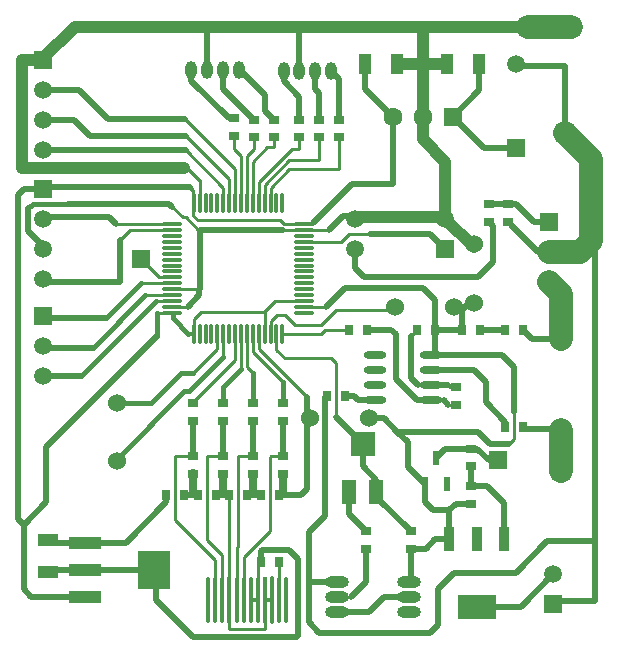
<source format=gtl>
%FSLAX43Y43*%
%MOMM*%
G71*
G01*
G75*
G04 Layer_Physical_Order=1*
G04 Layer_Color=255*
%ADD10R,0.700X0.900*%
%ADD11R,1.700X1.100*%
%ADD12R,0.900X0.700*%
%ADD13R,1.100X1.700*%
%ADD14R,0.600X1.150*%
%ADD15O,0.300X4.000*%
G04:AMPARAMS|DCode=16|XSize=0.3mm|YSize=4mm|CornerRadius=0.075mm|HoleSize=0mm|Usage=FLASHONLY|Rotation=0.000|XOffset=0mm|YOffset=0mm|HoleType=Round|Shape=RoundedRectangle|*
%AMROUNDEDRECTD16*
21,1,0.300,3.850,0,0,0.0*
21,1,0.150,4.000,0,0,0.0*
1,1,0.150,0.075,-1.925*
1,1,0.150,-0.075,-1.925*
1,1,0.150,-0.075,1.925*
1,1,0.150,0.075,1.925*
%
%ADD16ROUNDEDRECTD16*%
%ADD17R,0.300X4.000*%
%ADD18O,1.900X0.600*%
%ADD19R,3.200X2.100*%
%ADD20R,0.900X2.100*%
%ADD21R,1.300X2.000*%
%ADD22R,2.000X2.000*%
%ADD23R,2.700X1.000*%
%ADD24R,2.700X3.300*%
%ADD25O,0.300X1.800*%
%ADD26O,1.800X0.300*%
%ADD27C,0.400*%
%ADD28C,0.500*%
%ADD29C,0.254*%
%ADD30C,0.300*%
%ADD31C,1.000*%
%ADD32C,0.700*%
%ADD33C,2.000*%
%ADD34C,1.524*%
%ADD35C,1.600*%
%ADD36R,1.600X1.600*%
%ADD37R,1.500X1.500*%
%ADD38O,1.000X1.524*%
%ADD39C,1.500*%
%ADD40R,1.500X1.500*%
%ADD41O,2.000X1.000*%
%ADD42O,2.000X1.000*%
%ADD43R,1.600X1.600*%
%ADD44C,1.400*%
D10*
X43676Y82677D02*
D03*
X42176D02*
D03*
X51677Y76962D02*
D03*
X50177D02*
D03*
X44843Y82689D02*
D03*
X46343D02*
D03*
X49010Y82689D02*
D03*
X47510D02*
D03*
X51677D02*
D03*
X50177D02*
D03*
X57265Y91059D02*
D03*
X55765D02*
D03*
X64885Y96647D02*
D03*
X63385D02*
D03*
X72378Y88392D02*
D03*
X70878D02*
D03*
X68695Y96647D02*
D03*
X67195D02*
D03*
X59170D02*
D03*
X57670D02*
D03*
X70878D02*
D03*
X72378D02*
D03*
D11*
X32131Y78820D02*
D03*
Y76120D02*
D03*
D12*
X52070Y90424D02*
D03*
Y88924D02*
D03*
X49530Y90424D02*
D03*
Y88924D02*
D03*
X52070Y85979D02*
D03*
Y84479D02*
D03*
X49530Y85979D02*
D03*
Y84479D02*
D03*
X46990Y85979D02*
D03*
Y84479D02*
D03*
X44450Y85979D02*
D03*
Y84479D02*
D03*
X46990Y88924D02*
D03*
Y90424D02*
D03*
X44450Y88924D02*
D03*
Y90424D02*
D03*
X66675Y91809D02*
D03*
Y90309D02*
D03*
X69469Y107303D02*
D03*
Y105803D02*
D03*
X71120Y107303D02*
D03*
Y105803D02*
D03*
X62865Y79617D02*
D03*
Y78117D02*
D03*
X67945Y81927D02*
D03*
Y83427D02*
D03*
Y86602D02*
D03*
Y85102D02*
D03*
X59055Y78117D02*
D03*
Y79617D02*
D03*
X55100Y114450D02*
D03*
Y112950D02*
D03*
X53400Y114450D02*
D03*
Y112950D02*
D03*
X51300Y114450D02*
D03*
Y112950D02*
D03*
X49600Y114450D02*
D03*
Y112950D02*
D03*
X47900Y114550D02*
D03*
Y113050D02*
D03*
X56800Y114450D02*
D03*
Y112950D02*
D03*
D13*
X58975Y119126D02*
D03*
X61675D02*
D03*
X65960D02*
D03*
X68660D02*
D03*
D14*
X64074Y83584D02*
D03*
X65974D02*
D03*
X65024Y85834D02*
D03*
D15*
X52320Y73787D02*
D03*
X51720D02*
D03*
X49920D02*
D03*
X49320D02*
D03*
X48720D02*
D03*
X48120D02*
D03*
X46920D02*
D03*
X46320D02*
D03*
X45720D02*
D03*
D16*
X51120D02*
D03*
D17*
X50520D02*
D03*
X47520D02*
D03*
D18*
X64580Y90678D02*
D03*
Y91948D02*
D03*
Y93218D02*
D03*
Y94488D02*
D03*
X59880Y90678D02*
D03*
Y91948D02*
D03*
Y93218D02*
D03*
Y94488D02*
D03*
D19*
X68453Y73223D02*
D03*
D20*
X66153Y78923D02*
D03*
X68453D02*
D03*
X70753D02*
D03*
D21*
X59951Y82963D02*
D03*
X57651D02*
D03*
D22*
X58801Y86963D02*
D03*
D23*
X35277Y78627D02*
D03*
Y76327D02*
D03*
Y74027D02*
D03*
D24*
X41177Y76327D02*
D03*
D25*
X44500Y96295D02*
D03*
X45000D02*
D03*
X45500D02*
D03*
X46000D02*
D03*
X46500D02*
D03*
X47000D02*
D03*
X47500D02*
D03*
X48000D02*
D03*
X48500D02*
D03*
X49000D02*
D03*
X49500D02*
D03*
X50000D02*
D03*
X50500D02*
D03*
X51000D02*
D03*
X51500D02*
D03*
X52000D02*
D03*
Y107395D02*
D03*
X51500D02*
D03*
X51000D02*
D03*
X50500D02*
D03*
X50000D02*
D03*
X49500D02*
D03*
X49000D02*
D03*
X48500D02*
D03*
X48000D02*
D03*
X47500D02*
D03*
X47000D02*
D03*
X46500D02*
D03*
X46000D02*
D03*
X45500D02*
D03*
X45000D02*
D03*
X44500D02*
D03*
D26*
X53800Y98095D02*
D03*
Y98595D02*
D03*
Y99095D02*
D03*
Y99595D02*
D03*
Y100095D02*
D03*
Y100595D02*
D03*
Y101095D02*
D03*
Y101595D02*
D03*
Y102095D02*
D03*
Y102595D02*
D03*
Y103095D02*
D03*
Y103595D02*
D03*
Y104095D02*
D03*
Y104595D02*
D03*
Y105095D02*
D03*
Y105595D02*
D03*
X42700D02*
D03*
Y105095D02*
D03*
Y104595D02*
D03*
Y104095D02*
D03*
Y103595D02*
D03*
Y103095D02*
D03*
Y102595D02*
D03*
Y102095D02*
D03*
Y101595D02*
D03*
Y101095D02*
D03*
Y100595D02*
D03*
Y100095D02*
D03*
Y99595D02*
D03*
Y99095D02*
D03*
Y98595D02*
D03*
Y98095D02*
D03*
D27*
X34925Y92710D02*
X41275Y99060D01*
X43434Y92964D02*
X44450D01*
X40894Y90424D02*
X43434Y92964D01*
X37973Y90424D02*
X40894D01*
X43688Y91440D02*
X44069D01*
X37973Y85725D02*
X43688Y91440D01*
X41402Y96139D02*
Y98044D01*
X46990Y90424D02*
Y91821D01*
X48510Y93341D01*
X49530Y90424D02*
Y92964D01*
X52070Y90424D02*
Y92202D01*
X30480Y106934D02*
X30861Y107315D01*
X33846D01*
X42710Y97625D02*
X44023Y96312D01*
X44069Y91440D02*
X47010Y94381D01*
X42710Y97625D02*
Y98073D01*
X35941Y95123D02*
X40413Y99595D01*
X37084Y97663D02*
X40025Y100604D01*
D28*
X32131Y92710D02*
X34925D01*
X54102Y83185D02*
Y90932D01*
X29591Y80645D02*
X30099Y80137D01*
X71876Y118999D02*
X75946D01*
X71755Y119120D02*
X71876Y118999D01*
X61341Y108966D02*
Y114681D01*
X57150Y106299D02*
X57912D01*
X69088Y112014D02*
X71749D01*
X45010Y105104D02*
X52018D01*
X32131Y97663D02*
X37084D01*
X32338Y76327D02*
X35277D01*
X41275Y73816D02*
Y76327D01*
X35277D02*
X41177D01*
X62611Y85047D02*
X64074Y83584D01*
X62611Y85047D02*
Y87122D01*
X61722Y88011D02*
X62611Y87122D01*
X53606Y82689D02*
X54102Y83185D01*
X51677Y82689D02*
X53606D01*
X55638Y80911D02*
Y90932D01*
X54229Y79502D02*
X55638Y80911D01*
X54229Y71882D02*
Y79502D01*
X32004Y86741D02*
X41402Y96139D01*
X32004Y82042D02*
Y86741D01*
X30099Y80137D02*
X32004Y82042D01*
X30099Y74676D02*
Y80137D01*
Y74676D02*
X30748Y74027D01*
X35277D01*
X32324Y78627D02*
X35277D01*
X42176Y82054D02*
Y82677D01*
X38749Y78627D02*
X42176Y82054D01*
X35277Y78627D02*
X38749D01*
X41275Y73816D02*
X44479Y70612D01*
X53213D01*
X53340Y70739D02*
Y77216D01*
X52578Y77978D02*
X53340Y77216D01*
X50316Y77978D02*
X52578D01*
X50177Y77839D02*
X50316Y77978D01*
X50177Y76962D02*
Y77839D01*
X31750Y95123D02*
X35941D01*
X49010Y82689D02*
X49530D01*
X46343D02*
X47510D01*
X44450Y85979D02*
Y88924D01*
X46990Y85979D02*
Y88924D01*
X49530Y85979D02*
Y88924D01*
X52070Y85979D02*
Y88924D01*
X58420Y90678D02*
X59880D01*
X58039Y91059D02*
X58420Y90678D01*
X57265Y91059D02*
X58039D01*
X78486Y78740D02*
Y103251D01*
Y73660D02*
Y78740D01*
X54356Y75311D02*
X56642D01*
X54229Y71882D02*
X55118Y70993D01*
X64516D01*
X65151Y71628D01*
Y74676D01*
X66548Y76073D01*
X71755D01*
X74422Y78740D01*
X78486D01*
X75184Y73660D02*
X78486D01*
X60579Y74041D02*
X62738D01*
X59309Y72771D02*
X60579Y74041D01*
X56642Y72771D02*
X59309D01*
X57785Y74041D02*
X59055Y75311D01*
Y78117D01*
X62865Y75565D02*
Y78117D01*
X57651Y81021D02*
X59055Y79617D01*
X57651Y81021D02*
Y82963D01*
X64953Y78923D02*
X66153D01*
X64147Y78117D02*
X64953Y78923D01*
X62865Y78117D02*
X64147D01*
X59951Y82531D02*
X62865Y79617D01*
X58801Y85090D02*
X59951Y83940D01*
X58801Y85090D02*
Y86963D01*
X72207Y73223D02*
X74930Y75946D01*
X68453Y73223D02*
X72207D01*
X64074Y82103D02*
Y83584D01*
Y82103D02*
X64784Y81393D01*
X66153D01*
Y78923D02*
Y81393D01*
X66687Y81927D01*
X67945D01*
X65024Y85834D02*
X65792Y86602D01*
X67945D01*
X70753Y78923D02*
Y82028D01*
X69354Y83427D02*
X70753Y82028D01*
X67945Y83427D02*
X69354D01*
X67945D02*
Y85102D01*
X56515Y89249D02*
X58801Y86963D01*
X59170Y96647D02*
X61214D01*
X61595Y96266D01*
Y92456D02*
Y96266D01*
Y92456D02*
X63373Y90678D01*
X64580D01*
X64885Y96647D02*
X67195D01*
X68695D02*
X70878D01*
X62865Y92583D02*
Y96139D01*
Y92583D02*
X63500Y91948D01*
X64885Y94793D02*
Y96647D01*
X64580Y91948D02*
X66040D01*
X65659Y90678D02*
X66028Y90309D01*
X72390Y96647D02*
X73152Y95885D01*
X75565D01*
X72505Y88265D02*
X75565D01*
X38227Y100711D02*
Y104267D01*
X31750Y100711D02*
X38227D01*
X37338Y106172D02*
X37906Y105604D01*
X31750Y106172D02*
X37338D01*
X31750Y111887D02*
X43815D01*
X75946Y113284D02*
Y118999D01*
X66421Y114681D02*
X68660Y116920D01*
Y119126D01*
X66421Y114681D02*
X69088Y112014D01*
X61722Y88011D02*
X68580D01*
X45010Y100076D02*
Y105104D01*
X30480Y105029D02*
X31750Y103759D01*
X30480Y105029D02*
Y106934D01*
X44958Y99568D02*
Y100104D01*
X43994Y98604D02*
X44958Y99568D01*
X33846Y107315D02*
X42418D01*
X42672Y107061D01*
X60579Y89154D02*
X61722Y88011D01*
X59309Y89154D02*
X60579D01*
X69850Y102362D02*
Y105283D01*
X69469Y105791D02*
X69850Y105410D01*
X68580Y101092D02*
X69850Y102362D01*
X58166Y101854D02*
Y103505D01*
Y101854D02*
X58928Y101092D01*
X68580D01*
X71374Y105537D02*
X73660Y103251D01*
X67195Y98310D02*
X67818Y98933D01*
X67195Y96647D02*
Y98310D01*
X73279Y105791D02*
X74549D01*
X69469Y107303D02*
X71755D01*
X73279Y105791D01*
X64885Y96647D02*
Y99199D01*
X70878Y88392D02*
Y88888D01*
X69215Y90551D02*
X70878Y88888D01*
X64580Y93218D02*
X68199D01*
X69215Y92202D01*
Y90551D02*
Y92202D01*
X64580Y94488D02*
X70612D01*
X55680Y98604D02*
X57279Y100203D01*
X63881D01*
X64885Y99199D01*
X68580Y88011D02*
X69596Y86995D01*
X71209D01*
X71628Y89662D02*
Y93472D01*
X70612Y94488D02*
X71628Y93472D01*
X68465Y86602D02*
X69469Y85598D01*
X70231D01*
X31877Y108712D02*
X44196D01*
X29591Y80645D02*
Y108077D01*
X30099Y108585D01*
X31750D01*
X64516Y104775D02*
X65786Y103505D01*
X59436Y104775D02*
X64516D01*
X55955Y105104D02*
X57150Y106299D01*
X31750Y114427D02*
X34348D01*
X35675Y113100D01*
X43872D01*
X31750Y116967D02*
X34808D01*
X37275Y114500D01*
X43742D01*
X56800Y114450D02*
Y117875D01*
X56100Y118575D02*
X56800Y117875D01*
X55100Y114450D02*
Y116700D01*
X54767Y117033D02*
X55100Y116700D01*
X54767Y117033D02*
Y118575D01*
X53400Y114450D02*
Y116400D01*
X52100Y117700D02*
X53400Y116400D01*
X52100Y117700D02*
Y118575D01*
X44300Y117700D02*
Y118675D01*
X47450Y114550D02*
X47900D01*
X44300Y117700D02*
X47450Y114550D01*
X53433Y118575D02*
Y122268D01*
X45633Y118675D02*
Y122268D01*
X48300Y118675D02*
X48425D01*
X50400Y116700D01*
X50400D01*
X50550Y116550D01*
Y115200D02*
X51300Y114450D01*
X50550Y115200D02*
Y116550D01*
X46967Y117083D02*
Y118675D01*
Y117083D02*
X49600Y114450D01*
X59000Y117022D02*
Y119101D01*
Y117022D02*
X61341Y114681D01*
X57866Y108966D02*
X61341D01*
X54600Y105700D02*
X57866Y108966D01*
X49600Y82689D02*
X50177D01*
X49530Y84479D02*
X49600Y84409D01*
X46925Y84414D02*
X46990Y84479D01*
X43688Y82689D02*
X44800D01*
D29*
X45612Y85979D02*
X46990D01*
X45612Y78886D02*
Y85979D01*
X50000Y95034D02*
X54102Y90932D01*
X52197Y94234D02*
X56134D01*
X51816Y105918D02*
X52130Y105604D01*
X44883Y105104D02*
X45010D01*
X43815Y106172D02*
X44883Y105104D01*
X43561Y106172D02*
X43815D01*
X37973Y85598D02*
Y85725D01*
X44450Y92964D02*
X46510Y95024D01*
X43688Y110363D02*
X43942D01*
X31877Y97409D02*
X32131Y97663D01*
X31750Y92329D02*
X32131Y92710D01*
X66028Y90309D02*
X66675D01*
X66179Y91809D02*
X66675D01*
X32131Y76120D02*
X32338Y76327D01*
X32131Y78820D02*
X32324Y78627D01*
X53213Y70612D02*
X53340Y70739D01*
X47510Y73797D02*
Y82689D01*
X47520Y71348D02*
X50520D01*
X47520D02*
Y73787D01*
X50520Y71348D02*
Y73787D01*
X51120D02*
X51120Y73787D01*
X49920Y76705D02*
X50177Y76962D01*
X51677D02*
X51720Y76919D01*
Y73787D02*
Y76919D01*
X42926Y85979D02*
X44450D01*
X42926Y80518D02*
Y85979D01*
Y80518D02*
X46320Y77124D01*
Y73787D02*
Y77124D01*
X46920Y73787D02*
Y77578D01*
X45612Y78886D02*
X46920Y77578D01*
X48720Y73787D02*
Y77422D01*
X50927Y79629D01*
Y85852D01*
X51054Y85979D01*
X52070D01*
X51677Y82689D02*
X52070Y83082D01*
X44450Y90424D02*
Y90551D01*
X48010Y94111D01*
X56642Y74041D02*
X57785D01*
X62738Y75438D02*
X62865Y75565D01*
X59951Y82963D02*
Y83940D01*
Y82531D02*
Y82963D01*
X56515Y89249D02*
Y93853D01*
X56134Y94234D02*
X56515Y93853D01*
X77216Y103251D02*
X78486D01*
X52041Y96304D02*
X55283D01*
X55626Y96647D01*
X57670D01*
X44386Y122110D02*
X44577Y122301D01*
X62865Y96139D02*
X63373Y96647D01*
X63500Y91948D02*
X64580D01*
X66040D02*
X66179Y91809D01*
X64580Y90678D02*
X65659D01*
X72378Y88392D02*
X72505Y88265D01*
X57912Y106299D02*
X58166Y106172D01*
X31623Y108839D02*
Y108966D01*
X43815Y111887D02*
X47010Y108692D01*
X71120Y107303D02*
X71628D01*
X72517Y122809D02*
X72771Y122555D01*
X39751Y102870D02*
Y103124D01*
Y102870D02*
X41517Y101104D01*
X42710D01*
X44482Y122206D02*
X44577Y122301D01*
X42710Y100104D02*
X44958D01*
X31750Y103505D02*
Y103759D01*
X42710Y98604D02*
X43994D01*
X50510Y96304D02*
Y98080D01*
X42672Y107061D02*
X43561Y106172D01*
X52130Y105604D02*
X53810D01*
X73660Y103251D02*
X74549D01*
X69342Y105791D02*
X69850Y105283D01*
X67818Y98933D02*
X68199D01*
X68453Y99187D01*
X44510Y97596D02*
X45085Y98171D01*
X50419D01*
X51352Y99104D01*
X53810D01*
X51010Y96304D02*
Y97365D01*
X51562Y97917D01*
X52197D01*
X53086Y97028D01*
X55245D01*
X56515Y98298D01*
X61548D01*
X71209Y86995D02*
X71628Y87414D01*
Y89662D01*
X67945Y86602D02*
X68465D01*
X49920Y73787D02*
Y76705D01*
X31750Y108585D02*
X31877Y108712D01*
X57614Y104775D02*
X59436D01*
X56935Y104095D02*
X57614Y104775D01*
X42707Y99601D02*
X42710Y99604D01*
Y98104D02*
Y98108D01*
X44869Y105918D02*
X51816D01*
X44479Y106308D02*
X44869Y105918D01*
X44479Y106308D02*
Y108429D01*
X53810Y105635D02*
X53828Y105617D01*
X44510Y96312D02*
Y97596D01*
X51500Y94931D02*
Y96295D01*
Y94931D02*
X52197Y94234D01*
X50000Y95034D02*
Y96295D01*
X49500Y94772D02*
Y96295D01*
Y94772D02*
X52070Y92202D01*
X49000Y93494D02*
Y96295D01*
Y93494D02*
X49530Y92964D01*
X48500Y93351D02*
Y96295D01*
Y93351D02*
X48510Y93341D01*
X48000Y94121D02*
Y96295D01*
Y94121D02*
X48010Y94111D01*
X47000Y94391D02*
Y96295D01*
X46500Y95034D02*
Y96295D01*
Y95034D02*
X46510Y95024D01*
X41402Y98044D02*
X42680D01*
X41310Y99095D02*
X42700D01*
X40413Y99595D02*
X42700D01*
X40034Y100595D02*
X42700D01*
X39073Y105095D02*
X42700D01*
X38227Y104267D02*
X39064Y105104D01*
X37915Y105595D02*
X42700D01*
X45000Y107395D02*
Y109285D01*
X45010Y109295D01*
X47000Y107395D02*
Y108682D01*
X47010Y108692D01*
X47500Y107395D02*
Y109452D01*
X47510Y109462D01*
X48000Y107395D02*
Y110222D01*
X48010Y110232D01*
X53800Y98595D02*
X55671D01*
X43872Y113100D02*
X47510Y109462D01*
X43742Y114500D02*
X48010Y110232D01*
X55946Y105095D02*
X55955Y105104D01*
X52018D02*
X53810D01*
X53800Y104095D02*
X56935D01*
X48500Y107395D02*
Y111400D01*
X47900Y112000D02*
X48500Y111400D01*
X47900Y112000D02*
Y113050D01*
X49000Y107395D02*
Y111400D01*
X49600Y112000D01*
Y112950D01*
X49500Y107395D02*
Y110900D01*
X50700Y112100D01*
X51300D01*
X51300Y112100D02*
X51300Y112100D01*
X51300Y112100D02*
Y112950D01*
X50000Y107395D02*
Y109200D01*
X52800Y112000D01*
X53400D01*
Y112950D01*
X53400Y112950D02*
X53400Y112950D01*
X50500Y107395D02*
Y108900D01*
X52600Y111000D01*
X55100D01*
X55100Y111000D02*
X55100Y111000D01*
X55100Y111000D02*
Y112950D01*
X51000Y108700D02*
X52600Y110300D01*
X56800D01*
Y112950D01*
X56800Y112950D02*
X56800Y112950D01*
X51000Y107395D02*
Y107414D01*
Y108700D01*
Y107414D02*
X51010Y107404D01*
X45600Y122301D02*
X45633Y122268D01*
X58975Y119126D02*
X59000Y119101D01*
X53828Y105617D02*
X53828D01*
X53800Y105095D02*
X55946D01*
X48120Y73787D02*
Y78195D01*
X48275Y85979D02*
X49530D01*
X48120Y78195D02*
X48275Y78350D01*
Y85979D01*
Y83943D02*
X48279Y83947D01*
D30*
X43942Y110363D02*
X45010Y109295D01*
X50520Y73787D02*
X51120D01*
X49320Y73787D02*
X49920D01*
X44196Y108712D02*
X44479Y108429D01*
X44023Y96312D02*
X44510D01*
D31*
X29972Y110363D02*
X43688D01*
X29972D02*
Y119507D01*
X31750D01*
X34417Y122301D02*
X44577D01*
X31687Y119571D02*
X34417Y122301D01*
X63881Y114681D02*
Y119126D01*
Y112776D02*
Y114681D01*
Y112776D02*
X65786Y110871D01*
Y106172D02*
Y110871D01*
X61675Y119126D02*
X63881D01*
X65960D01*
X63881D02*
Y122174D01*
X65786Y106045D02*
X68199Y103632D01*
X58166Y106172D02*
X65786D01*
X44577Y122301D02*
X45600D01*
X72771D01*
D32*
X52070Y83082D02*
Y84479D01*
X49530Y82759D02*
Y84479D01*
X46990Y82754D02*
Y84479D01*
X44400Y82875D02*
Y84490D01*
D33*
X74549Y103251D02*
X77216D01*
X75565Y95885D02*
Y99695D01*
X72771Y122301D02*
X76454D01*
X75565Y84709D02*
Y88138D01*
X74549Y100711D02*
X75565Y99695D01*
X77216Y103251D02*
X78105Y104140D01*
Y111125D01*
X75946Y113284D02*
X78105Y111125D01*
D34*
X37973Y90424D02*
D03*
Y85544D02*
D03*
X59309Y89154D02*
D03*
X54309D02*
D03*
X68199Y98933D02*
D03*
Y103933D02*
D03*
X66548Y98552D02*
D03*
X61548D02*
D03*
D35*
X74549Y100711D02*
D03*
Y103251D02*
D03*
X61341Y114681D02*
D03*
X63881D02*
D03*
D36*
X74549Y105791D02*
D03*
D37*
X76454Y122301D02*
D03*
X75946Y113284D02*
D03*
X72771Y122301D02*
D03*
X75565Y84709D02*
D03*
X40005Y102616D02*
D03*
X70231Y85598D02*
D03*
X65786Y103505D02*
D03*
D38*
X56100Y118575D02*
D03*
X54767D02*
D03*
X53433D02*
D03*
X52100D02*
D03*
X48300Y118675D02*
D03*
X46967D02*
D03*
X45633D02*
D03*
X44300D02*
D03*
D39*
X31750Y111887D02*
D03*
Y114427D02*
D03*
Y116967D02*
D03*
X71755Y119120D02*
D03*
X31750Y100965D02*
D03*
Y103505D02*
D03*
Y106045D02*
D03*
X74930Y75946D02*
D03*
X31750Y95250D02*
D03*
Y92710D02*
D03*
X58166Y106045D02*
D03*
Y103505D02*
D03*
X65786Y106045D02*
D03*
D40*
X31750Y119507D02*
D03*
X71755Y112020D02*
D03*
X31750Y108585D02*
D03*
X74930Y73406D02*
D03*
X31750Y97790D02*
D03*
D41*
X62738Y72771D02*
D03*
Y74041D02*
D03*
X56642Y75311D02*
D03*
Y74041D02*
D03*
D42*
X62738Y75311D02*
D03*
X56642Y72771D02*
D03*
D43*
X66421Y114681D02*
D03*
D44*
X75565Y95885D02*
D03*
Y88265D02*
D03*
M02*

</source>
